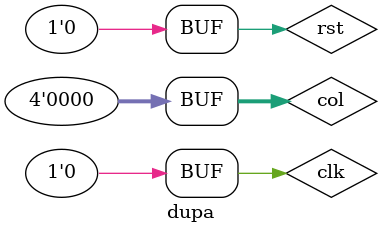
<source format=v>
`timescale 1ns / 1ps


module dupa;

	// Inputs
	reg clk;
	reg rst;
	reg [3:0] col;

	// Outputs
	wire [3:0] row;
	wire [1:0] ST;
	wire [2:0] ST_L;
	wire [3:0] A1;
	wire [3:0] A2;
	wire [3:0] A3;
	wire [3:0] A4;
	wire [3:0] B1;
	wire [3:0] B2;
	wire [3:0] B3;
	wire [3:0] B4;
	wire [6:0] leds;

	// Instantiate the Unit Under Test (UUT)
	kikko uut (
		.clk(clk), 
		.rst(rst), 
		.row(row), 
		.col(col), 
		.ST(ST), 
		.ST_L(ST_L), 
		.A1(A1), 
		.A2(A2), 
		.A3(A3), 
		.A4(A4), 
		.B1(B1), 
		.B2(B2), 
		.B3(B3), 
		.B4(B4), 
		.leds(leds)
	);

	initial begin
		// Initialize Inputs
		clk = 0;
		rst = 0;
		col = 0;

		// Wait 100 ns for global reset to finish
		#100;
        
		// Add stimulus here

	end
      
endmodule


</source>
